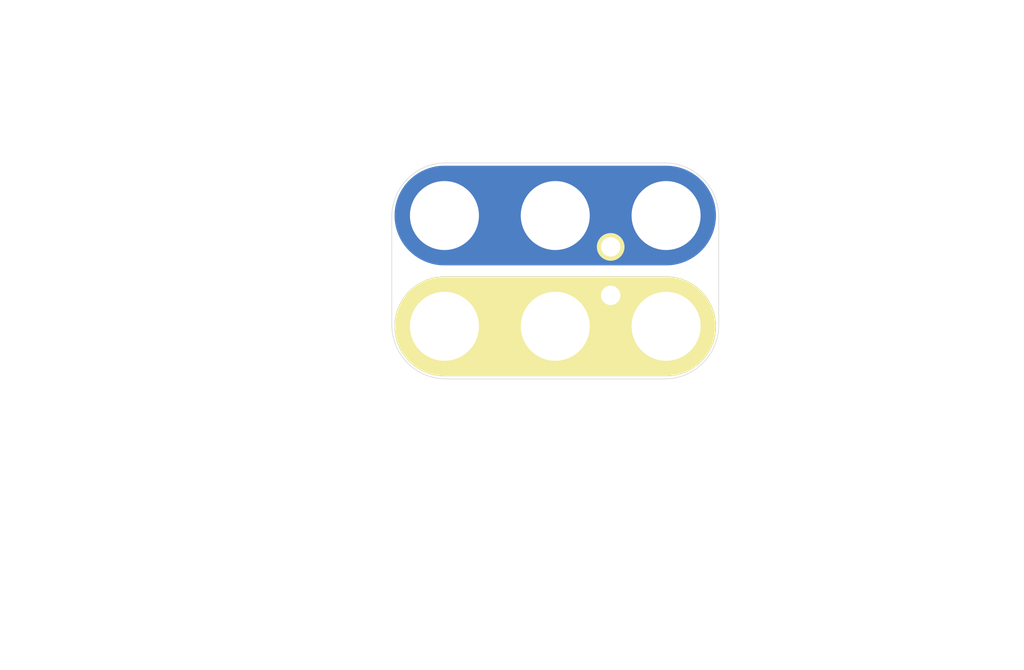
<source format=kicad_pcb>
(kicad_pcb (version 4) (host pcbnew 4.0.5-e0-6337~49~ubuntu16.04.1)

  (general
    (links 0)
    (no_connects 0)
    (area 104.572999 74.854999 178.510001 123.265001)
    (thickness 1.6)
    (drawings 17)
    (tracks 0)
    (zones 0)
    (modules 1)
    (nets 1)
  )

  (page USLetter)
  (title_block
    (title "2x3 All Purpose 3.5mm Pitch Magnet-friendly Module")
    (date "18 Jan 2017")
    (rev 1.0)
    (company "All rights reserved.")
    (comment 1 help@browndoggadgets.com)
    (comment 2 http://browndoggadgets.com/)
    (comment 3 "Brown Dog Gadgets")
  )

  (layers
    (0 F.Cu signal)
    (31 B.Cu signal)
    (34 B.Paste user)
    (35 F.Paste user)
    (36 B.SilkS user)
    (37 F.SilkS user)
    (38 B.Mask user)
    (39 F.Mask user)
    (40 Dwgs.User user)
    (44 Edge.Cuts user)
    (46 B.CrtYd user)
    (47 F.CrtYd user)
    (48 B.Fab user)
    (49 F.Fab user)
  )

  (setup
    (last_trace_width 0.254)
    (user_trace_width 0.1524)
    (user_trace_width 0.254)
    (user_trace_width 0.3302)
    (user_trace_width 0.508)
    (user_trace_width 0.762)
    (user_trace_width 1.27)
    (trace_clearance 0.254)
    (zone_clearance 0.508)
    (zone_45_only no)
    (trace_min 0.1524)
    (segment_width 0.1524)
    (edge_width 0.1524)
    (via_size 0.6858)
    (via_drill 0.3302)
    (via_min_size 0.6858)
    (via_min_drill 0.3302)
    (user_via 0.6858 0.3302)
    (user_via 0.762 0.4064)
    (user_via 0.8636 0.508)
    (uvia_size 0.6858)
    (uvia_drill 0.3302)
    (uvias_allowed no)
    (uvia_min_size 0)
    (uvia_min_drill 0)
    (pcb_text_width 0.1524)
    (pcb_text_size 1.016 1.016)
    (mod_edge_width 0.1524)
    (mod_text_size 1.016 1.016)
    (mod_text_width 0.1524)
    (pad_size 1.524 1.524)
    (pad_drill 0.762)
    (pad_to_mask_clearance 0.0762)
    (solder_mask_min_width 0.1016)
    (pad_to_paste_clearance -0.0762)
    (aux_axis_origin 0 0)
    (visible_elements FFFEDF7D)
    (pcbplotparams
      (layerselection 0x310fc_80000001)
      (usegerberextensions true)
      (excludeedgelayer true)
      (linewidth 0.100000)
      (plotframeref false)
      (viasonmask false)
      (mode 1)
      (useauxorigin false)
      (hpglpennumber 1)
      (hpglpenspeed 20)
      (hpglpendiameter 15)
      (hpglpenoverlay 2)
      (psnegative false)
      (psa4output false)
      (plotreference true)
      (plotvalue true)
      (plotinvisibletext false)
      (padsonsilk false)
      (subtractmaskfromsilk false)
      (outputformat 1)
      (mirror false)
      (drillshape 0)
      (scaleselection 1)
      (outputdirectory gerbers))
  )

  (net 0 "")

  (net_class Default "This is the default net class."
    (clearance 0.254)
    (trace_width 0.254)
    (via_dia 0.6858)
    (via_drill 0.3302)
    (uvia_dia 0.6858)
    (uvia_drill 0.3302)
  )

  (module Crazy_Circuits:GENERIC-3.5MM-TH-2x3 (layer F.Cu) (tedit 588059A7) (tstamp 587F4FD4)
    (at 144.653 98.425)
    (descr "10mm LED 5mm pitch through hole center polarized")
    (fp_text reference LED (at -4 -5) (layer B.SilkS) hide
      (effects (font (size 1 1) (thickness 0.15)) (justify mirror))
    )
    (fp_text value Val** (at 4 -4) (layer F.Fab) hide
      (effects (font (size 1 1) (thickness 0.15)))
    )
    (fp_text user %R (at 0 -3.99) (layer F.Fab)
      (effects (font (size 1 1) (thickness 0.15)))
    )
    (fp_line (start 8 -8) (end -8 -8) (layer B.Mask) (width 7.2))
    (fp_line (start 8 -8) (end -8 -8) (layer B.Cu) (width 7.2))
    (fp_line (start 8 0) (end -8 0) (layer B.Mask) (width 7.2))
    (fp_line (start 8 0) (end -8 0) (layer B.Cu) (width 7.2))
    (fp_line (start 7.9 -11.8) (end -7.9 -11.8) (layer Edge.Cuts) (width 0.04064))
    (fp_line (start 7.9 3.8) (end -7.9 3.8) (layer Edge.Cuts) (width 0.04064))
    (fp_line (start 11.8 -0.1) (end 11.8 -7.9) (layer Edge.Cuts) (width 0.04064))
    (fp_line (start -11.8 -0.1) (end -11.8 -7.9) (layer Edge.Cuts) (width 0.04064))
    (fp_arc (start 7.9 -7.9) (end 7.9 -11.8) (angle 90) (layer Edge.Cuts) (width 0.04064))
    (fp_arc (start 7.9 -0.1) (end 11.8 -0.1) (angle 90) (layer Edge.Cuts) (width 0.04064))
    (fp_arc (start -7.9 -0.1) (end -7.9 3.8) (angle 90) (layer Edge.Cuts) (width 0.04064))
    (fp_arc (start -7.9 -7.9) (end -11.8 -7.9) (angle 90) (layer Edge.Cuts) (width 0.04064))
    (fp_line (start 7.9 -11.8) (end -7.9 -11.8) (layer F.Fab) (width 0.04064))
    (fp_line (start 7.9 3.8) (end -7.9 3.8) (layer F.Fab) (width 0.04064))
    (fp_line (start 11.8 -0.1) (end 11.8 -7.9) (layer F.Fab) (width 0.04064))
    (fp_line (start -11.8 -0.1) (end -11.8 -7.9) (layer F.Fab) (width 0.04064))
    (fp_arc (start 7.9 -7.9) (end 7.9 -11.8) (angle 90) (layer F.Fab) (width 0.04064))
    (fp_arc (start 7.9 -0.1) (end 11.8 -0.1) (angle 90) (layer F.Fab) (width 0.04064))
    (fp_arc (start -7.9 -0.1) (end -7.9 3.8) (angle 90) (layer F.Fab) (width 0.04064))
    (fp_arc (start -7.9 -7.9) (end -11.8 -7.9) (angle 90) (layer F.Fab) (width 0.04064))
    (fp_line (start 8 0) (end -8 0) (layer F.SilkS) (width 7.2))
    (pad + thru_hole circle (at 4 -5.7352) (size 2 2) (drill 1.4) (layers *.Cu *.Mask F.SilkS))
    (pad - thru_hole circle (at 4 -2.2352 270) (size 1.9 1.9) (drill 1.4) (layers *.Cu *.Mask F.SilkS))
    (pad - thru_hole circle (at -8 0) (size 6 6) (drill 4.98) (layers *.Cu *.Mask))
    (pad + thru_hole circle (at -8 -8) (size 6 6) (drill 4.98) (layers *.Cu *.Mask))
    (pad + thru_hole circle (at 8 -8) (size 6 6) (drill 4.98) (layers *.Cu *.Mask))
    (pad - thru_hole circle (at 8 0) (size 6 6) (drill 4.98) (layers *.Cu *.Mask))
    (pad + thru_hole circle (at 0 -8) (size 6 6) (drill 4.98) (layers *.Cu *.Mask))
    (pad - thru_hole circle (at 0 0) (size 6 6) (drill 4.98) (layers *.Cu *.Mask))
  )

  (gr_circle (center 117.348 76.962) (end 118.618 76.962) (layer Dwgs.User) (width 0.15))
  (gr_line (start 114.427 78.994) (end 114.427 74.93) (angle 90) (layer Dwgs.User) (width 0.15))
  (gr_line (start 120.269 78.994) (end 114.427 78.994) (angle 90) (layer Dwgs.User) (width 0.15))
  (gr_line (start 120.269 74.93) (end 120.269 78.994) (angle 90) (layer Dwgs.User) (width 0.15))
  (gr_line (start 114.427 74.93) (end 120.269 74.93) (angle 90) (layer Dwgs.User) (width 0.15))
  (gr_line (start 120.523 93.98) (end 104.648 93.98) (angle 90) (layer Dwgs.User) (width 0.15))
  (gr_line (start 173.355 102.235) (end 173.355 94.615) (angle 90) (layer Dwgs.User) (width 0.15))
  (gr_line (start 178.435 102.235) (end 173.355 102.235) (angle 90) (layer Dwgs.User) (width 0.15))
  (gr_line (start 178.435 94.615) (end 178.435 102.235) (angle 90) (layer Dwgs.User) (width 0.15))
  (gr_line (start 173.355 94.615) (end 178.435 94.615) (angle 90) (layer Dwgs.User) (width 0.15))
  (gr_line (start 109.093 123.19) (end 109.093 114.3) (angle 90) (layer Dwgs.User) (width 0.15))
  (gr_line (start 122.428 123.19) (end 109.093 123.19) (angle 90) (layer Dwgs.User) (width 0.15))
  (gr_line (start 122.428 114.3) (end 122.428 123.19) (angle 90) (layer Dwgs.User) (width 0.15))
  (gr_line (start 109.093 114.3) (end 122.428 114.3) (angle 90) (layer Dwgs.User) (width 0.15))
  (gr_line (start 104.648 93.98) (end 104.648 82.55) (angle 90) (layer Dwgs.User) (width 0.15))
  (gr_line (start 120.523 82.55) (end 120.523 93.98) (angle 90) (layer Dwgs.User) (width 0.15))
  (gr_line (start 104.648 82.55) (end 120.523 82.55) (angle 90) (layer Dwgs.User) (width 0.15))

)

</source>
